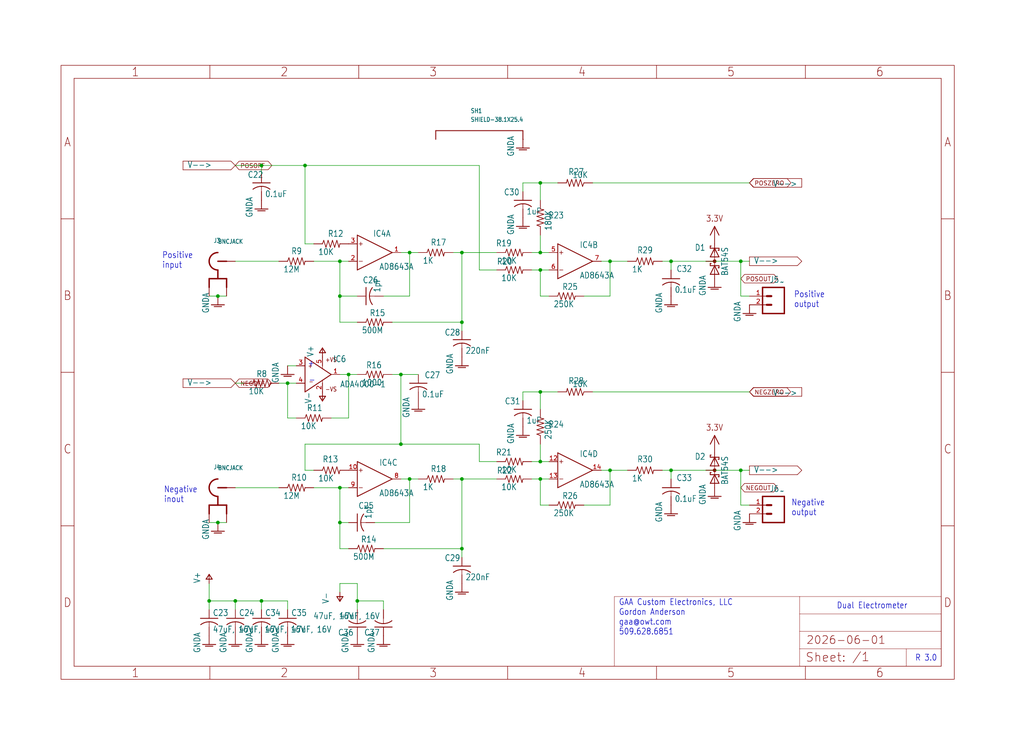
<source format=kicad_sch>
(kicad_sch (version 20231120) (generator "eeschema") (generator_version "8.0")
  (paper "User" 298.45 217.322)
  (lib_symbols
    (symbol "OpenDMS_DualElectrometer_lib:3.3V" (power)
      (symbol "3.3V_1_0"
        (text "3.3V" (at -2.54 6.35 0) (effects (font (size 1.778 1.5113)) (justify left bottom)))
        (pin power_in line (at 0 0 90) (length 5.08) (name "3.3V") (number "1"))
      )
    )
    (symbol "OpenDMS_DualElectrometer_lib:A4L-LOC"
      (symbol "A4L-LOC_1_0"
        (text "${#}/${##}" (at 230.505 5.08 0) (effects (font (size 2.54 2.54)) (justify left bottom)))
        (text "${CURRENT_DATE}" (at 217.17 10.16 0) (effects (font (size 2.286 2.286)) (justify left bottom)))
        (text "${PROJECTNAME}" (at 217.17 15.24 0) (effects (font (size 2.54 2.54)) (justify left bottom)))
        (text "1" (at 21.6958 1.905 0) (effects (font (size 2.54 2.286))))
        (text "1" (at 21.6958 177.165 0) (effects (font (size 2.54 2.286))))
        (text "2" (at 65.0875 1.905 0) (effects (font (size 2.54 2.286))))
        (text "2" (at 65.0875 177.165 0) (effects (font (size 2.54 2.286))))
        (text "3" (at 108.4792 1.905 0) (effects (font (size 2.54 2.286))))
        (text "3" (at 108.4792 177.165 0) (effects (font (size 2.54 2.286))))
        (text "4" (at 151.8708 1.905 0) (effects (font (size 2.54 2.286))))
        (text "4" (at 151.8708 177.165 0) (effects (font (size 2.54 2.286))))
        (text "5" (at 195.2625 1.905 0) (effects (font (size 2.54 2.286))))
        (text "5" (at 195.2625 177.165 0) (effects (font (size 2.54 2.286))))
        (text "6" (at 238.6542 1.905 0) (effects (font (size 2.54 2.286))))
        (text "6" (at 238.6542 177.165 0) (effects (font (size 2.54 2.286))))
        (text "A" (at 1.905 156.6863 0) (effects (font (size 2.54 2.286))))
        (text "A" (at 258.445 156.6863 0) (effects (font (size 2.54 2.286))))
        (text "B" (at 1.905 111.9188 0) (effects (font (size 2.54 2.286))))
        (text "B" (at 258.445 111.9188 0) (effects (font (size 2.54 2.286))))
        (text "C" (at 1.905 67.1513 0) (effects (font (size 2.54 2.286))))
        (text "C" (at 258.445 67.1513 0) (effects (font (size 2.54 2.286))))
        (text "D" (at 1.905 22.3838 0) (effects (font (size 2.54 2.286))))
        (text "D" (at 258.445 22.3838 0) (effects (font (size 2.54 2.286))))
        (text "Sheet:" (at 216.916 4.953 0) (effects (font (size 2.54 2.54)) (justify left bottom)))
      )
    )
    (symbol "OpenDMS_DualElectrometer_lib:AD8603UJ"
      (property "Reference" "IC" (at 7.62 2.54 0))
      (symbol "AD8603UJ_1_0"
        (text "+" (at -1.778 1.778 0) (effects (font (size 1.27 1.0795)) (justify left bottom)))
        (text "+VS" (at 3.302 3.556 0) (effects (font (size 1.27 1.0795)) (justify left bottom)))
        (text "-" (at -1.524 -2.794 0) (effects (font (size 1.27 1.0795)) (justify left bottom)))
        (text "-VS" (at 3.302 -3.556 0) (effects (font (size 1.27 1.0795)) (justify left top)))
        (pin output line (at 7.62 0 180) (length 2.54) (name "OUT") (number "1"))
        (pin input line (at 2.54 -5.08 90) (length 2.54) (name "-VS") (number "2"))
        (pin input line (at -5.08 2.54 0) (length 2.54) (name "IN+") (number "3"))
        (pin input line (at -5.08 -2.54 0) (length 2.54) (name "IN-") (number "4"))
        (pin input line (at 2.54 5.08 270) (length 2.54) (name "+VS") (number "5"))
      )
    )
    (symbol "OpenDMS_DualElectrometer_lib:AD8644R"
      (property "Reference" "IC" (at 1.27 3.81 0))
      (symbol "AD8644R_1_0"
        (pin output line (at 10.16 0 180) (length 2.54) (name "OUT") (number "1"))
        (pin input line (at -5.08 -2.54 0) (length 2.54) (name "IN-") (number "2"))
        (pin input line (at -5.08 2.54 0) (length 2.54) (name "IN+") (number "3"))
      )
      (symbol "AD8644R_2_0"
        (pin input line (at -5.08 2.54 0) (length 2.54) (name "IN+") (number "5"))
        (pin input line (at -5.08 -2.54 0) (length 2.54) (name "IN-") (number "6"))
        (pin output line (at 10.16 0 180) (length 2.54) (name "OUT") (number "7"))
      )
      (symbol "AD8644R_3_0"
        (pin input line (at -5.08 2.54 0) (length 2.54) (name "IN+") (number "10"))
        (pin output line (at 10.16 0 180) (length 2.54) (name "OUT") (number "8"))
        (pin input line (at -5.08 -2.54 0) (length 2.54) (name "IN-") (number "9"))
      )
      (symbol "AD8644R_4_0"
        (pin input line (at -5.08 2.54 0) (length 2.54) (name "IN+") (number "12"))
        (pin input line (at -5.08 -2.54 0) (length 2.54) (name "IN-") (number "13"))
        (pin output line (at 10.16 0 180) (length 2.54) (name "OUT") (number "14"))
      )
      (symbol "AD8644R_5_0"
        (pin power_in line (at 0 -7.62 90) (length 5.08) (name "V-") (number "11"))
        (pin power_in line (at 0 7.62 270) (length 5.08) (name "V+") (number "4"))
      )
    )
    (symbol "OpenDMS_DualElectrometer_lib:BAT54S"
      (property "Reference" "D" (at 0.762 2.0066 0))
      (symbol "BAT54S_1_0"
        (pin passive line (at -5.08 0 0) (length 2.54) (name "A1") (number "1"))
        (pin passive line (at 5.08 0 180) (length 2.54) (name "C2") (number "2"))
        (pin passive line (at 0 2.54 270) (length 2.54) (name "C1A2") (number "3"))
      )
    )
    (symbol "OpenDMS_DualElectrometer_lib:BNCJACK"
      (property "Reference" "J" (at 0 7.62 0))
      (symbol "BNCJACK_1_0"
        (pin bidirectional line (at 5.08 0 180) (length 2.54) (name "P$1") (number "1"))
        (pin bidirectional line (at -2.54 -10.16 90) (length 2.54) (name "P$2") (number "2"))
        (pin bidirectional line (at 2.54 -10.16 90) (length 2.54) (name "P$3") (number "3"))
      )
    )
    (symbol "OpenDMS_DualElectrometer_lib:GNDA" (power)
      (symbol "GNDA_1_0"
        (pin power_in line (at 0 2.54 270) (length 2.54) (name "GNDA") (number "1"))
      )
    )
    (symbol "OpenDMS_DualElectrometer_lib:R-US_R0805"
      (property "Reference" "R" (at -3.81 1.4986 0))
      (symbol "R-US_R0805_1_0"
        (pin passive line (at -5.08 0 0) (length 2.54) (name "1") (number "1"))
        (pin passive line (at 5.08 0 180) (length 2.54) (name "2") (number "2"))
      )
    )
    (symbol "OpenDMS_DualElectrometer_lib:R-US_R1206"
      (property "Reference" "R" (at -3.81 1.4986 0))
      (symbol "R-US_R1206_1_0"
        (pin passive line (at -5.08 0 0) (length 2.54) (name "1") (number "1"))
        (pin passive line (at 5.08 0 180) (length 2.54) (name "2") (number "2"))
      )
    )
    (symbol "OpenDMS_DualElectrometer_lib:SHIELD-38.1X25.4"
      (property "Reference" "SH" (at -2.54 7.62 0))
      (symbol "SHIELD-38.1X25.4_1_0"
        (pin passive line (at 12.7 0 0) (length 0) (name "1") (number "1"))
        (pin passive line (at 12.7 0 0) (length 0) (name "1") (number "10"))
        (pin passive line (at 12.7 0 0) (length 0) (name "1") (number "11"))
        (pin passive line (at 12.7 0 0) (length 0) (name "1") (number "12"))
        (pin passive line (at 12.7 0 0) (length 0) (name "1") (number "13"))
        (pin passive line (at 12.7 0 0) (length 0) (name "1") (number "14"))
        (pin passive line (at 12.7 0 0) (length 0) (name "1") (number "15"))
        (pin passive line (at 12.7 0 0) (length 0) (name "1") (number "16"))
        (pin passive line (at 12.7 0 0) (length 0) (name "1") (number "17"))
        (pin passive line (at 12.7 0 0) (length 0) (name "1") (number "18"))
        (pin passive line (at 12.7 0 0) (length 0) (name "1") (number "19"))
        (pin passive line (at 12.7 0 0) (length 0) (name "1") (number "2"))
        (pin passive line (at 12.7 0 0) (length 0) (name "1") (number "20"))
        (pin passive line (at 12.7 0 0) (length 0) (name "1") (number "21"))
        (pin passive line (at 12.7 0 0) (length 0) (name "1") (number "22"))
        (pin passive line (at 12.7 0 0) (length 0) (name "1") (number "23"))
        (pin passive line (at 12.7 0 0) (length 0) (name "1") (number "24"))
        (pin passive line (at 12.7 0 0) (length 0) (name "1") (number "3"))
        (pin passive line (at 12.7 0 0) (length 0) (name "1") (number "4"))
        (pin passive line (at 12.7 0 0) (length 0) (name "1") (number "5"))
        (pin passive line (at 12.7 0 0) (length 0) (name "1") (number "6"))
        (pin passive line (at 12.7 0 0) (length 0) (name "1") (number "7"))
        (pin passive line (at 12.7 0 0) (length 0) (name "1") (number "8"))
        (pin passive line (at 12.7 0 0) (length 0) (name "1") (number "9"))
      )
    )
    (symbol "OpenDMS_DualElectrometer_lib:SPARKFUN_M02POLAR"
      (property "Reference" "JP" (at -2.54 5.842 0))
      (symbol "SPARKFUN_M02POLAR_1_0"
        (pin passive line (at 7.62 0 180) (length 5.08) (name "1") (number "1"))
        (pin passive line (at 7.62 2.54 180) (length 5.08) (name "2") (number "2"))
      )
    )
    (symbol "OpenDMS_DualElectrometer_lib:V+" (power)
      (symbol "V+_1_0"
        (pin power_in line (at 0 -2.54 90) (length 2.54) (name "V+") (number "1"))
      )
    )
    (symbol "OpenDMS_DualElectrometer_lib:V-" (power)
      (symbol "V-_1_0"
        (pin power_in line (at 0 2.54 270) (length 2.54) (name "V-") (number "1"))
      )
    )
    (symbol "OpenDMS_DualElectrometer_lib:V--{gt}")
    (symbol "OpenDMS_DualElectrometer_lib:rcl_C-USC0805"
      (property "Reference" "C" (at 1.016 0.635 0))
      (symbol "rcl_C-USC0805_1_0"
        (pin passive line (at 0 2.54 270) (length 2.54) (name "1") (number "1"))
        (pin passive line (at 0 -5.08 90) (length 2.54) (name "2") (number "2"))
      )
    )
    (symbol "OpenDMS_DualElectrometer_lib:rcl_C-USC1206"
      (property "Reference" "C" (at 1.016 0.635 0))
      (symbol "rcl_C-USC1206_1_0"
        (pin passive line (at 0 2.54 270) (length 2.54) (name "1") (number "1"))
        (pin passive line (at 0 -5.08 90) (length 2.54) (name "2") (number "2"))
      )
    )
  )
  (junction (at 63.5 86.36))
  (junction (at 116.84 129.54))
  (junction (at 177.8 76.2))
  (junction (at 76.2 175.26))
  (junction (at 101.6 109.22))
  (junction (at 119.38 139.7))
  (junction (at 116.84 109.22))
  (junction (at 76.2 48.26))
  (junction (at 63.5 152.4))
  (junction (at 157.48 139.7))
  (junction (at 99.06 86.36))
  (junction (at 119.38 73.66))
  (junction (at 157.48 53.34))
  (junction (at 99.06 76.2))
  (junction (at 99.06 142.24))
  (junction (at 134.62 139.7))
  (junction (at 195.58 76.2))
  (junction (at 215.9 76.2))
  (junction (at 157.48 134.62))
  (junction (at 104.14 175.26))
  (junction (at 88.9 48.26))
  (junction (at 157.48 78.74))
  (junction (at 215.9 137.16))
  (junction (at 68.58 175.26))
  (junction (at 134.62 73.66))
  (junction (at 134.62 93.98))
  (junction (at 99.06 152.4))
  (junction (at 60.96 175.26))
  (junction (at 83.82 111.76))
  (junction (at 134.62 160.02))
  (junction (at 157.48 73.66))
  (junction (at 195.58 137.16))
  (junction (at 157.48 114.3))
  (junction (at 177.8 137.16))
  (wire (pts (xy 99.06 170.18) (xy 104.14 170.18)) (stroke (width 0.1524)))
  (wire (pts (xy 172.72 53.34) (xy 218.44 53.34)) (stroke (width 0.1524)))
  (wire (pts (xy 91.44 76.2) (xy 99.06 76.2)) (stroke (width 0.1524)))
  (wire (pts (xy 99.06 160.02) (xy 99.06 152.4)) (stroke (width 0.1524)))
  (wire (pts (xy 193.04 76.2) (xy 195.58 76.2)) (stroke (width 0.1524)))
  (wire (pts (xy 134.62 139.7) (xy 132.08 139.7)) (stroke (width 0.1524)))
  (wire (pts (xy 195.58 76.2) (xy 195.58 78.74)) (stroke (width 0.1524)))
  (wire (pts (xy 109.22 152.4) (xy 119.38 152.4)) (stroke (width 0.1524)))
  (wire (pts (xy 86.36 121.92) (xy 83.82 121.92)) (stroke (width 0.1524)))
  (wire (pts (xy 182.88 76.2) (xy 177.8 76.2)) (stroke (width 0.1524)))
  (wire (pts (xy 170.18 147.32) (xy 177.8 147.32)) (stroke (width 0.1524)))
  (wire (pts (xy 83.82 175.26) (xy 76.2 175.26)) (stroke (width 0.1524)))
  (wire (pts (xy 88.9 137.16) (xy 88.9 129.54)) (stroke (width 0.1524)))
  (wire (pts (xy 139.7 129.54) (xy 139.7 134.62)) (stroke (width 0.1524)))
  (wire (pts (xy 193.04 137.16) (xy 195.58 137.16)) (stroke (width 0.1524)))
  (wire (pts (xy 104.14 170.18) (xy 104.14 175.26)) (stroke (width 0.1524)))
  (wire (pts (xy 139.7 48.26) (xy 88.9 48.26)) (stroke (width 0.1524)))
  (wire (pts (xy 134.62 96.52) (xy 134.62 93.98)) (stroke (width 0.1524)))
  (wire (pts (xy 88.9 71.12) (xy 88.9 48.26)) (stroke (width 0.1524)))
  (wire (pts (xy 152.4 114.3) (xy 152.4 116.84)) (stroke (width 0.1524)))
  (wire (pts (xy 172.72 114.3) (xy 218.44 114.3)) (stroke (width 0.1524)))
  (wire (pts (xy 101.6 160.02) (xy 99.06 160.02)) (stroke (width 0.1524)))
  (wire (pts (xy 63.5 86.36) (xy 66.04 86.36)) (stroke (width 0.1524)))
  (wire (pts (xy 152.4 53.34) (xy 152.4 55.88)) (stroke (width 0.1524)))
  (wire (pts (xy 91.44 137.16) (xy 88.9 137.16)) (stroke (width 0.1524)))
  (wire (pts (xy 121.92 73.66) (xy 119.38 73.66)) (stroke (width 0.1524)))
  (wire (pts (xy 81.28 111.76) (xy 83.82 111.76)) (stroke (width 0.1524)))
  (wire (pts (xy 144.78 78.74) (xy 139.7 78.74)) (stroke (width 0.1524)))
  (wire (pts (xy 157.48 58.42) (xy 157.48 53.34)) (stroke (width 0.1524)))
  (wire (pts (xy 215.9 76.2) (xy 218.44 76.2)) (stroke (width 0.1524)))
  (wire (pts (xy 63.5 152.4) (xy 66.04 152.4)) (stroke (width 0.1524)))
  (wire (pts (xy 101.6 109.22) (xy 99.06 109.22)) (stroke (width 0.1524)))
  (wire (pts (xy 157.48 53.34) (xy 152.4 53.34)) (stroke (width 0.1524)))
  (wire (pts (xy 218.44 86.36) (xy 215.9 86.36)) (stroke (width 0.1524)))
  (wire (pts (xy 157.48 86.36) (xy 157.48 78.74)) (stroke (width 0.1524)))
  (wire (pts (xy 157.48 139.7) (xy 160.02 139.7)) (stroke (width 0.1524)))
  (wire (pts (xy 99.06 172.72) (xy 99.06 170.18)) (stroke (width 0.1524)))
  (wire (pts (xy 119.38 139.7) (xy 116.84 139.7)) (stroke (width 0.1524)))
  (wire (pts (xy 134.62 73.66) (xy 144.78 73.66)) (stroke (width 0.1524)))
  (wire (pts (xy 154.94 139.7) (xy 157.48 139.7)) (stroke (width 0.1524)))
  (wire (pts (xy 195.58 76.2) (xy 205.74 76.2)) (stroke (width 0.1524)))
  (wire (pts (xy 119.38 152.4) (xy 119.38 139.7)) (stroke (width 0.1524)))
  (wire (pts (xy 121.92 139.7) (xy 119.38 139.7)) (stroke (width 0.1524)))
  (wire (pts (xy 134.62 160.02) (xy 134.62 162.56)) (stroke (width 0.1524)))
  (wire (pts (xy 119.38 86.36) (xy 119.38 73.66)) (stroke (width 0.1524)))
  (wire (pts (xy 111.76 160.02) (xy 134.62 160.02)) (stroke (width 0.1524)))
  (wire (pts (xy 91.44 142.24) (xy 99.06 142.24)) (stroke (width 0.1524)))
  (wire (pts (xy 157.48 78.74) (xy 160.02 78.74)) (stroke (width 0.1524)))
  (wire (pts (xy 139.7 78.74) (xy 139.7 48.26)) (stroke (width 0.1524)))
  (wire (pts (xy 104.14 177.8) (xy 104.14 175.26)) (stroke (width 0.1524)))
  (wire (pts (xy 157.48 53.34) (xy 162.56 53.34)) (stroke (width 0.1524)))
  (wire (pts (xy 177.8 147.32) (xy 177.8 137.16)) (stroke (width 0.1524)))
  (wire (pts (xy 83.82 106.68) (xy 86.36 106.68)) (stroke (width 0.1524)))
  (wire (pts (xy 195.58 137.16) (xy 205.74 137.16)) (stroke (width 0.1524)))
  (wire (pts (xy 177.8 86.36) (xy 177.8 76.2)) (stroke (width 0.1524)))
  (wire (pts (xy 205.74 76.2) (xy 215.9 76.2)) (stroke (width 0.1524)))
  (wire (pts (xy 134.62 160.02) (xy 134.62 139.7)) (stroke (width 0.1524)))
  (wire (pts (xy 88.9 48.26) (xy 76.2 48.26)) (stroke (width 0.1524)))
  (wire (pts (xy 139.7 134.62) (xy 144.78 134.62)) (stroke (width 0.1524)))
  (wire (pts (xy 116.84 109.22) (xy 121.92 109.22)) (stroke (width 0.1524)))
  (wire (pts (xy 154.94 78.74) (xy 157.48 78.74)) (stroke (width 0.1524)))
  (wire (pts (xy 83.82 121.92) (xy 83.82 111.76)) (stroke (width 0.1524)))
  (wire (pts (xy 68.58 175.26) (xy 60.96 175.26)) (stroke (width 0.1524)))
  (wire (pts (xy 91.44 71.12) (xy 88.9 71.12)) (stroke (width 0.1524)))
  (wire (pts (xy 68.58 177.8) (xy 68.58 175.26)) (stroke (width 0.1524)))
  (wire (pts (xy 99.06 152.4) (xy 99.06 142.24)) (stroke (width 0.1524)))
  (wire (pts (xy 154.94 134.62) (xy 157.48 134.62)) (stroke (width 0.1524)))
  (wire (pts (xy 177.8 137.16) (xy 175.26 137.16)) (stroke (width 0.1524)))
  (wire (pts (xy 157.48 68.58) (xy 157.48 73.66)) (stroke (width 0.1524)))
  (wire (pts (xy 101.6 109.22) (xy 104.14 109.22)) (stroke (width 0.1524)))
  (wire (pts (xy 218.44 147.32) (xy 215.9 147.32)) (stroke (width 0.1524)))
  (wire (pts (xy 157.48 129.54) (xy 157.48 134.62)) (stroke (width 0.1524)))
  (wire (pts (xy 88.9 129.54) (xy 116.84 129.54)) (stroke (width 0.1524)))
  (wire (pts (xy 215.9 137.16) (xy 218.44 137.16)) (stroke (width 0.1524)))
  (wire (pts (xy 60.96 152.4) (xy 63.5 152.4)) (stroke (width 0.1524)))
  (wire (pts (xy 101.6 121.92) (xy 101.6 109.22)) (stroke (width 0.1524)))
  (wire (pts (xy 154.94 73.66) (xy 157.48 73.66)) (stroke (width 0.1524)))
  (wire (pts (xy 177.8 76.2) (xy 175.26 76.2)) (stroke (width 0.1524)))
  (wire (pts (xy 134.62 93.98) (xy 134.62 73.66)) (stroke (width 0.1524)))
  (wire (pts (xy 157.48 119.38) (xy 157.48 114.3)) (stroke (width 0.1524)))
  (wire (pts (xy 104.14 93.98) (xy 99.06 93.98)) (stroke (width 0.1524)))
  (wire (pts (xy 160.02 86.36) (xy 157.48 86.36)) (stroke (width 0.1524)))
  (wire (pts (xy 76.2 175.26) (xy 68.58 175.26)) (stroke (width 0.1524)))
  (wire (pts (xy 195.58 139.7) (xy 195.58 137.16)) (stroke (width 0.1524)))
  (wire (pts (xy 60.96 86.36) (xy 63.5 86.36)) (stroke (width 0.1524)))
  (wire (pts (xy 60.96 175.26) (xy 60.96 170.18)) (stroke (width 0.1524)))
  (wire (pts (xy 114.3 109.22) (xy 116.84 109.22)) (stroke (width 0.1524)))
  (wire (pts (xy 111.76 175.26) (xy 104.14 175.26)) (stroke (width 0.1524)))
  (wire (pts (xy 111.76 86.36) (xy 119.38 86.36)) (stroke (width 0.1524)))
  (wire (pts (xy 104.14 86.36) (xy 99.06 86.36)) (stroke (width 0.1524)))
  (wire (pts (xy 68.58 142.24) (xy 81.28 142.24)) (stroke (width 0.1524)))
  (wire (pts (xy 101.6 152.4) (xy 99.06 152.4)) (stroke (width 0.1524)))
  (wire (pts (xy 205.74 137.16) (xy 215.9 137.16)) (stroke (width 0.1524)))
  (wire (pts (xy 60.96 177.8) (xy 60.96 175.26)) (stroke (width 0.1524)))
  (wire (pts (xy 116.84 129.54) (xy 139.7 129.54)) (stroke (width 0.1524)))
  (wire (pts (xy 68.58 111.76) (xy 71.12 111.76)) (stroke (width 0.1524)))
  (wire (pts (xy 170.18 86.36) (xy 177.8 86.36)) (stroke (width 0.1524)))
  (wire (pts (xy 76.2 177.8) (xy 76.2 175.26)) (stroke (width 0.1524)))
  (wire (pts (xy 99.06 86.36) (xy 99.06 76.2)) (stroke (width 0.1524)))
  (wire (pts (xy 157.48 73.66) (xy 160.02 73.66)) (stroke (width 0.1524)))
  (wire (pts (xy 83.82 177.8) (xy 83.82 175.26)) (stroke (width 0.1524)))
  (wire (pts (xy 111.76 177.8) (xy 111.76 175.26)) (stroke (width 0.1524)))
  (wire (pts (xy 99.06 93.98) (xy 99.06 86.36)) (stroke (width 0.1524)))
  (wire (pts (xy 116.84 109.22) (xy 116.84 129.54)) (stroke (width 0.1524)))
  (wire (pts (xy 215.9 86.36) (xy 215.9 76.2)) (stroke (width 0.1524)))
  (wire (pts (xy 83.82 111.76) (xy 86.36 111.76)) (stroke (width 0.1524)))
  (wire (pts (xy 119.38 73.66) (xy 116.84 73.66)) (stroke (width 0.1524)))
  (wire (pts (xy 157.48 147.32) (xy 157.48 139.7)) (stroke (width 0.1524)))
  (wire (pts (xy 114.3 93.98) (xy 134.62 93.98)) (stroke (width 0.1524)))
  (wire (pts (xy 96.52 121.92) (xy 101.6 121.92)) (stroke (width 0.1524)))
  (wire (pts (xy 160.02 147.32) (xy 157.48 147.32)) (stroke (width 0.1524)))
  (wire (pts (xy 81.28 76.2) (xy 68.58 76.2)) (stroke (width 0.1524)))
  (wire (pts (xy 134.62 139.7) (xy 144.78 139.7)) (stroke (width 0.1524)))
  (wire (pts (xy 76.2 50.8) (xy 76.2 48.26)) (stroke (width 0.1524)))
  (wire (pts (xy 134.62 73.66) (xy 132.08 73.66)) (stroke (width 0.1524)))
  (wire (pts (xy 99.06 142.24) (xy 101.6 142.24)) (stroke (width 0.1524)))
  (wire (pts (xy 76.2 48.26) (xy 68.58 48.26)) (stroke (width 0.1524)))
  (wire (pts (xy 99.06 76.2) (xy 101.6 76.2)) (stroke (width 0.1524)))
  (wire (pts (xy 157.48 114.3) (xy 152.4 114.3)) (stroke (width 0.1524)))
  (wire (pts (xy 182.88 137.16) (xy 177.8 137.16)) (stroke (width 0.1524)))
  (wire (pts (xy 162.56 114.3) (xy 157.48 114.3)) (stroke (width 0.1524)))
  (wire (pts (xy 215.9 147.32) (xy 215.9 137.16)) (stroke (width 0.1524)))
  (wire (pts (xy 157.48 134.62) (xy 160.02 134.62)) (stroke (width 0.1524)))
  (text "R 3.0" (at 266.7 193.04 0) (effects (font (size 1.778 1.5113)) (justify left bottom)))
  (text "Positive\ninput" (at 47.244 78.486 0) (effects (font (size 1.778 1.5113)) (justify left bottom)))
  (text "Positive\noutput" (at 231.394 89.916 0) (effects (font (size 1.778 1.5113)) (justify left bottom)))
  (text "-" (at 89.916 112.014 0) (effects (font (size 1.778 1.5113)) (justify left bottom)))
  (text "Dual Electrometer" (at 243.84 177.8 0) (effects (font (size 1.778 1.5113)) (justify left bottom)))
  (text "Negative\ninout" (at 47.752 146.812 0) (effects (font (size 1.778 1.5113)) (justify left bottom)))
  (text "Negative\noutput" (at 230.632 150.622 0) (effects (font (size 1.778 1.5113)) (justify left bottom)))
  (text "GAA Custom Electronics, LLC\nGordon Anderson\ngaa@owt.com\n509.628.6851" (at 180.34 185.42 0) (effects (font (size 1.778 1.5113)) (justify left bottom)))
  (text "+" (at 89.662 107.188 0) (effects (font (size 1.778 1.5113)) (justify left bottom)))
  (global_label "NEGOFF" (shape bidirectional) (at 68.58 111.76 0) (effects (font (size 1.2446 1.2446))) (property "Intersheetrefs" "${INTERSHEET_REFS}" (effects (hide yes))))
  (global_label "NEGZERO" (shape bidirectional) (at 218.44 114.3 0) (effects (font (size 1.2446 1.2446))) (property "Intersheetrefs" "${INTERSHEET_REFS}" (effects (hide yes))))
  (global_label "POSZERO" (shape bidirectional) (at 218.44 53.34 0) (effects (font (size 1.2446 1.2446))) (property "Intersheetrefs" "${INTERSHEET_REFS}" (effects (hide yes))))
  (global_label "POSOUT" (shape bidirectional) (at 215.9 81.28 0) (effects (font (size 1.2446 1.2446))) (property "Intersheetrefs" "${INTERSHEET_REFS}" (effects (hide yes))))
  (global_label "NEGOUT" (shape bidirectional) (at 215.9 142.24 0) (effects (font (size 1.2446 1.2446))) (property "Intersheetrefs" "${INTERSHEET_REFS}" (effects (hide yes))))
  (global_label "POSOFF" (shape bidirectional) (at 68.58 48.26 0) (effects (font (size 1.2446 1.2446))) (property "Intersheetrefs" "${INTERSHEET_REFS}" (effects (hide yes))))
  (symbol (lib_id "OpenDMS_DualElectrometer_lib:GNDA") (at 208.28 144.78 0) (unit 1)
    (property "Reference" "#GND014" (effects (hide yes)))
    (property "Value" "GNDA" (at 205.74 147.32 90) (effects (font (size 1.778 1.5113)) (justify left bottom)))
  )
  (symbol (lib_id "OpenDMS_DualElectrometer_lib:BNCJACK") (at 63.5 76.2 0) (unit 1)
    (property "Reference" "J3" (at 62.23 70.866 0) (effects (font (size 1.27 1.0795)) (justify left bottom)))
    (property "Value" "BNCJACK" (at 63.5 71.12 0) (effects (font (size 1.27 1.0795)) (justify left bottom)))
    (property "Footprint" "OpenDMS_Electrometer:BNC" (effects (hide yes)))
  )
  (symbol (lib_id "OpenDMS_DualElectrometer_lib:V--{gt}") (at 218.44 137.16 0) (unit 1)
    (property "Reference" "#SUPPLY6" (effects (hide yes)))
    (property "Value" "V--{gt}" (at 219.71 137.922 0) (effects (font (size 1.778 1.5113)) (justify left bottom)))
  )
  (symbol (lib_id "OpenDMS_DualElectrometer_lib:GNDA") (at 111.76 187.96 0) (unit 1)
    (property "Reference" "#GND027" (effects (hide yes)))
    (property "Value" "GNDA" (at 109.22 190.5 90) (effects (font (size 1.778 1.5113)) (justify left bottom)))
  )
  (symbol (lib_id "OpenDMS_DualElectrometer_lib:3.3V") (at 208.28 132.08 0) (mirror y) (unit 1)
    (property "Reference" "#SUPPLY01" (effects (hide yes)))
    (property "Value" "3.3V" (effects (hide yes)))
  )
  (symbol (lib_id "OpenDMS_DualElectrometer_lib:GNDA") (at 152.4 66.04 0) (unit 1)
    (property "Reference" "#GND02" (effects (hide yes)))
    (property "Value" "GNDA" (at 149.86 68.58 90) (effects (font (size 1.778 1.5113)) (justify left bottom)))
  )
  (symbol (lib_id "OpenDMS_DualElectrometer_lib:rcl_C-USC0805") (at 195.58 142.24 0) (unit 1)
    (property "Reference" "C33" (at 197.104 140.335 0) (effects (font (size 1.778 1.5113)) (justify left bottom)))
    (property "Value" "0.1uF" (at 196.596 146.431 0) (effects (font (size 1.778 1.5113)) (justify left bottom)))
    (property "Footprint" "OpenDMS_Electrometer:C0805" (effects (hide yes)))
  )
  (symbol (lib_id "OpenDMS_DualElectrometer_lib:R-US_R0805") (at 96.52 71.12 0) (unit 1)
    (property "Reference" "R12" (at 95.504 69.1134 0) (effects (font (size 1.778 1.5113)) (justify left bottom)))
    (property "Value" "10K" (at 92.71 74.422 0) (effects (font (size 1.778 1.5113)) (justify left bottom)))
    (property "Footprint" "OpenDMS_Electrometer:R0805" (effects (hide yes)))
  )
  (symbol (lib_id "OpenDMS_DualElectrometer_lib:rcl_C-USC0805") (at 152.4 119.38 0) (unit 1)
    (property "Reference" "C31" (at 147.066 117.983 0) (effects (font (size 1.778 1.5113)) (justify left bottom)))
    (property "Value" "1uF" (at 153.416 123.571 0) (effects (font (size 1.778 1.5113)) (justify left bottom)))
    (property "Footprint" "OpenDMS_Electrometer:C0805" (effects (hide yes)))
  )
  (symbol (lib_id "OpenDMS_DualElectrometer_lib:R-US_R0805") (at 157.48 124.46 90) (unit 1)
    (property "Reference" "R24" (at 159.766 124.7394 90) (effects (font (size 1.778 1.5113)) (justify right top)))
    (property "Value" "250K" (at 160.782 128.27 0) (effects (font (size 1.778 1.5113)) (justify left bottom)))
    (property "Footprint" "OpenDMS_Electrometer:R0805" (effects (hide yes)))
  )
  (symbol (lib_id "OpenDMS_DualElectrometer_lib:V-") (at 99.06 175.26 0) (unit 1)
    (property "Reference" "#P-01" (effects (hide yes)))
    (property "Value" "V-" (at 93.98 172.72 90) (effects (font (size 1.778 1.5113)) (justify right top)))
  )
  (symbol (lib_id "OpenDMS_DualElectrometer_lib:R-US_R0805") (at 149.86 78.74 0) (unit 1)
    (property "Reference" "R20" (at 144.78 77.2414 0) (effects (font (size 1.778 1.5113)) (justify left bottom)))
    (property "Value" "10K" (at 146.05 82.042 0) (effects (font (size 1.778 1.5113)) (justify left bottom)))
    (property "Footprint" "OpenDMS_Electrometer:R0805" (effects (hide yes)))
  )
  (symbol (lib_id "OpenDMS_DualElectrometer_lib:V+") (at 93.98 101.6 0) (unit 1)
    (property "Reference" "#P+02" (effects (hide yes)))
    (property "Value" "V+" (at 91.44 104.14 90) (effects (font (size 1.778 1.5113)) (justify left bottom)))
  )
  (symbol (lib_id "OpenDMS_DualElectrometer_lib:R-US_R0805") (at 167.64 114.3 180) (unit 1)
    (property "Reference" "R28" (at 165.608 112.0394 0) (effects (font (size 1.778 1.5113)) (justify right top)))
    (property "Value" "10K" (at 171.45 110.998 0) (effects (font (size 1.778 1.5113)) (justify left bottom)))
    (property "Footprint" "OpenDMS_Electrometer:R0805" (effects (hide yes)))
  )
  (symbol (lib_id "OpenDMS_DualElectrometer_lib:3.3V") (at 208.28 71.12 0) (mirror y) (unit 1)
    (property "Reference" "#SUPPLY029" (effects (hide yes)))
    (property "Value" "3.3V" (effects (hide yes)))
  )
  (symbol (lib_id "OpenDMS_DualElectrometer_lib:rcl_C-USC1206") (at 106.68 86.36 90) (unit 1)
    (property "Reference" "C26" (at 105.664 82.677 90) (effects (font (size 1.778 1.5113)) (justify right top)))
    (property "Value" "1pF" (at 110.871 85.344 0) (effects (font (size 1.778 1.5113)) (justify left bottom)))
    (property "Footprint" "OpenDMS_Electrometer:C1206" (effects (hide yes)))
  )
  (symbol (lib_id "OpenDMS_DualElectrometer_lib:rcl_C-USC0805") (at 195.58 81.28 0) (unit 1)
    (property "Reference" "C32" (at 197.104 79.375 0) (effects (font (size 1.778 1.5113)) (justify left bottom)))
    (property "Value" "0.1uF" (at 196.596 85.471 0) (effects (font (size 1.778 1.5113)) (justify left bottom)))
    (property "Footprint" "OpenDMS_Electrometer:C0805" (effects (hide yes)))
  )
  (symbol (lib_id "OpenDMS_DualElectrometer_lib:SPARKFUN_M02POLAR") (at 226.06 147.32 180) (unit 1)
    (property "Reference" "J6" (at 224.282 143.51 0) (effects (font (size 1.778 1.5113)) (justify right top)))
    (property "Value" "~" (at 228.6 142.24 0) (effects (font (size 1.778 1.5113)) (justify left bottom)))
    (property "Footprint" "OpenDMS_Electrometer:SPARKFUN_MOLEX-1X2" (effects (hide yes)))
  )
  (symbol (lib_id "OpenDMS_DualElectrometer_lib:R-US_R0805") (at 96.52 137.16 0) (unit 1)
    (property "Reference" "R13" (at 93.98 134.8994 0) (effects (font (size 1.778 1.5113)) (justify left bottom)))
    (property "Value" "10K" (at 92.71 140.462 0) (effects (font (size 1.778 1.5113)) (justify left bottom)))
    (property "Footprint" "OpenDMS_Electrometer:R0805" (effects (hide yes)))
  )
  (symbol (lib_id "OpenDMS_DualElectrometer_lib:V--{gt}") (at 233.68 53.34 180) (unit 1)
    (property "Reference" "#SUPPLY4" (effects (hide yes)))
    (property "Value" "V--{gt}" (at 232.41 52.578 0) (effects (font (size 1.778 1.5113)) (justify left bottom)))
  )
  (symbol (lib_id "OpenDMS_DualElectrometer_lib:R-US_R0805") (at 127 73.66 0) (unit 1)
    (property "Reference" "R17" (at 125.476 71.6534 0) (effects (font (size 1.778 1.5113)) (justify left bottom)))
    (property "Value" "1K" (at 123.19 76.962 0) (effects (font (size 1.778 1.5113)) (justify left bottom)))
    (property "Footprint" "OpenDMS_Electrometer:R0805" (effects (hide yes)))
  )
  (symbol (lib_id "OpenDMS_DualElectrometer_lib:GNDA") (at 104.14 187.96 0) (unit 1)
    (property "Reference" "#GND010" (effects (hide yes)))
    (property "Value" "GNDA" (at 101.6 190.5 90) (effects (font (size 1.778 1.5113)) (justify left bottom)))
  )
  (symbol (lib_id "OpenDMS_DualElectrometer_lib:rcl_C-USC1206") (at 60.96 180.34 0) (unit 1)
    (property "Reference" "C23" (at 61.976 179.705 0) (effects (font (size 1.778 1.5113)) (justify left bottom)))
    (property "Value" "47uF, 16V" (at 61.976 184.531 0) (effects (font (size 1.778 1.5113)) (justify left bottom)))
    (property "Footprint" "OpenDMS_Electrometer:C1206_334" (effects (hide yes)))
  )
  (symbol (lib_id "OpenDMS_DualElectrometer_lib:R-US_R0805") (at 149.86 139.7 0) (unit 1)
    (property "Reference" "R22" (at 144.78 138.2014 0) (effects (font (size 1.778 1.5113)) (justify left bottom)))
    (property "Value" "10K" (at 146.05 143.002 0) (effects (font (size 1.778 1.5113)) (justify left bottom)))
    (property "Footprint" "OpenDMS_Electrometer:R0805" (effects (hide yes)))
  )
  (symbol (lib_id "OpenDMS_DualElectrometer_lib:R-US_R1206") (at 86.36 142.24 0) (unit 1)
    (property "Reference" "R10" (at 84.836 140.2334 0) (effects (font (size 1.778 1.5113)) (justify left bottom)))
    (property "Value" "12M" (at 82.55 145.542 0) (effects (font (size 1.778 1.5113)) (justify left bottom)))
    (property "Footprint" "OpenDMS_Electrometer:R1206" (effects (hide yes)))
  )
  (symbol (lib_id "OpenDMS_DualElectrometer_lib:AD8644R") (at 165.1 137.16 0) (unit 4)
    (property "Reference" "IC4" (at 168.91 133.35 0) (effects (font (size 1.778 1.5113)) (justify left bottom)))
    (property "Value" "AD8643A" (at 168.91 142.24 0) (effects (font (size 1.778 1.5113)) (justify left bottom)))
    (property "Footprint" "OpenDMS_Electrometer:SO14" (effects (hide yes)))
  )
  (symbol (lib_id "OpenDMS_DualElectrometer_lib:rcl_C-USC0805") (at 134.62 99.06 0) (unit 1)
    (property "Reference" "C28" (at 129.54 97.917 0) (effects (font (size 1.778 1.5113)) (justify left bottom)))
    (property "Value" "220nF" (at 135.636 103.251 0) (effects (font (size 1.778 1.5113)) (justify left bottom)))
    (property "Footprint" "OpenDMS_Electrometer:C0805" (effects (hide yes)))
  )
  (symbol (lib_id "OpenDMS_DualElectrometer_lib:GNDA") (at 60.96 187.96 0) (unit 1)
    (property "Reference" "#GND028" (effects (hide yes)))
    (property "Value" "GNDA" (at 58.42 190.5 90) (effects (font (size 1.778 1.5113)) (justify left bottom)))
  )
  (symbol (lib_id "OpenDMS_DualElectrometer_lib:rcl_C-USC1206") (at 76.2 180.34 0) (unit 1)
    (property "Reference" "C34" (at 77.216 179.705 0) (effects (font (size 1.778 1.5113)) (justify left bottom)))
    (property "Value" "47uF, 16V" (at 77.216 184.531 0) (effects (font (size 1.778 1.5113)) (justify left bottom)))
    (property "Footprint" "OpenDMS_Electrometer:C1206_334" (effects (hide yes)))
  )
  (symbol (lib_id "OpenDMS_DualElectrometer_lib:rcl_C-USC0805") (at 134.62 165.1 0) (unit 1)
    (property "Reference" "C29" (at 129.54 163.703 0) (effects (font (size 1.778 1.5113)) (justify left bottom)))
    (property "Value" "220nF" (at 135.636 169.291 0) (effects (font (size 1.778 1.5113)) (justify left bottom)))
    (property "Footprint" "OpenDMS_Electrometer:C0805" (effects (hide yes)))
  )
  (symbol (lib_id "OpenDMS_DualElectrometer_lib:V--{gt}") (at 53.34 111.76 0) (unit 1)
    (property "Reference" "#SUPPLY8" (effects (hide yes)))
    (property "Value" "V--{gt}" (at 54.61 112.522 0) (effects (font (size 1.778 1.5113)) (justify left bottom)))
  )
  (symbol (lib_id "OpenDMS_DualElectrometer_lib:GNDA") (at 121.92 119.38 0) (unit 1)
    (property "Reference" "#GND015" (effects (hide yes)))
    (property "Value" "GNDA" (at 119.38 121.92 90) (effects (font (size 1.778 1.5113)) (justify left bottom)))
  )
  (symbol (lib_id "OpenDMS_DualElectrometer_lib:GNDA") (at 83.82 109.22 0) (unit 1)
    (property "Reference" "#GND016" (effects (hide yes)))
    (property "Value" "GNDA" (at 81.28 111.76 90) (effects (font (size 1.778 1.5113)) (justify left bottom)))
  )
  (symbol (lib_id "OpenDMS_DualElectrometer_lib:GNDA") (at 68.58 187.96 0) (unit 1)
    (property "Reference" "#GND029" (effects (hide yes)))
    (property "Value" "GNDA" (at 66.04 190.5 90) (effects (font (size 1.778 1.5113)) (justify left bottom)))
  )
  (symbol (lib_id "OpenDMS_DualElectrometer_lib:R-US_R0805") (at 167.64 53.34 180) (unit 1)
    (property "Reference" "R27" (at 165.608 51.0794 0) (effects (font (size 1.778 1.5113)) (justify right top)))
    (property "Value" "10K" (at 171.45 50.038 0) (effects (font (size 1.778 1.5113)) (justify left bottom)))
    (property "Footprint" "OpenDMS_Electrometer:R0805" (effects (hide yes)))
  )
  (symbol (lib_id "OpenDMS_DualElectrometer_lib:GNDA") (at 195.58 88.9 0) (unit 1)
    (property "Reference" "#GND05" (effects (hide yes)))
    (property "Value" "GNDA" (at 193.04 91.44 90) (effects (font (size 1.778 1.5113)) (justify left bottom)))
  )
  (symbol (lib_id "OpenDMS_DualElectrometer_lib:rcl_C-USC1206") (at 83.82 180.34 0) (unit 1)
    (property "Reference" "C35" (at 84.836 179.705 0) (effects (font (size 1.778 1.5113)) (justify left bottom)))
    (property "Value" "47uF, 16V" (at 84.836 184.531 0) (effects (font (size 1.778 1.5113)) (justify left bottom)))
    (property "Footprint" "OpenDMS_Electrometer:C1206_334" (effects (hide yes)))
  )
  (symbol (lib_id "OpenDMS_DualElectrometer_lib:BAT54S") (at 208.28 137.16 90) (unit 1)
    (property "Reference" "D2" (at 202.438 134.1374 90) (effects (font (size 1.778 1.5113)) (justify right top)))
    (property "Value" "BAT54S" (at 212.2424 141.478 0) (effects (font (size 1.778 1.5113)) (justify left bottom)))
    (property "Footprint" "OpenDMS_Electrometer:SOT23" (effects (hide yes)))
  )
  (symbol (lib_id "OpenDMS_DualElectrometer_lib:GNDA") (at 134.62 172.72 0) (unit 1)
    (property "Reference" "#GND011" (effects (hide yes)))
    (property "Value" "GNDA" (at 132.08 175.26 90) (effects (font (size 1.778 1.5113)) (justify left bottom)))
  )
  (symbol (lib_id "OpenDMS_DualElectrometer_lib:R-US_R1206") (at 86.36 76.2 0) (unit 1)
    (property "Reference" "R9" (at 84.836 74.1934 0) (effects (font (size 1.778 1.5113)) (justify left bottom)))
    (property "Value" "12M" (at 82.55 79.502 0) (effects (font (size 1.778 1.5113)) (justify left bottom)))
    (property "Footprint" "OpenDMS_Electrometer:R1206" (effects (hide yes)))
  )
  (symbol (lib_id "OpenDMS_DualElectrometer_lib:R-US_R0805") (at 165.1 86.36 0) (unit 1)
    (property "Reference" "R25" (at 163.83 84.6074 0) (effects (font (size 1.778 1.5113)) (justify left bottom)))
    (property "Value" "250K" (at 161.29 89.662 0) (effects (font (size 1.778 1.5113)) (justify left bottom)))
    (property "Footprint" "OpenDMS_Electrometer:R0805" (effects (hide yes)))
  )
  (symbol (lib_id "OpenDMS_DualElectrometer_lib:rcl_C-USC1206") (at 104.14 152.4 90) (unit 1)
    (property "Reference" "C25" (at 104.394 148.463 90) (effects (font (size 1.778 1.5113)) (justify right top)))
    (property "Value" "1pF" (at 108.331 151.384 0) (effects (font (size 1.778 1.5113)) (justify left bottom)))
    (property "Footprint" "OpenDMS_Electrometer:C1206" (effects (hide yes)))
  )
  (symbol (lib_id "OpenDMS_DualElectrometer_lib:rcl_C-USC1206") (at 68.58 180.34 0) (unit 1)
    (property "Reference" "C24" (at 69.596 179.705 0) (effects (font (size 1.778 1.5113)) (justify left bottom)))
    (property "Value" "47uF, 16V" (at 69.596 184.531 0) (effects (font (size 1.778 1.5113)) (justify left bottom)))
    (property "Footprint" "OpenDMS_Electrometer:C1206_334" (effects (hide yes)))
  )
  (symbol (lib_id "OpenDMS_DualElectrometer_lib:GNDA") (at 134.62 106.68 0) (unit 1)
    (property "Reference" "#GND01" (effects (hide yes)))
    (property "Value" "GNDA" (at 132.08 109.22 90) (effects (font (size 1.778 1.5113)) (justify left bottom)))
  )
  (symbol (lib_id "OpenDMS_DualElectrometer_lib:GNDA") (at 208.28 83.82 0) (unit 1)
    (property "Reference" "#GND07" (effects (hide yes)))
    (property "Value" "GNDA" (at 205.74 86.36 90) (effects (font (size 1.778 1.5113)) (justify left bottom)))
  )
  (symbol (lib_id "OpenDMS_DualElectrometer_lib:GNDA") (at 152.4 127 0) (unit 1)
    (property "Reference" "#GND012" (effects (hide yes)))
    (property "Value" "GNDA" (at 149.86 129.54 90) (effects (font (size 1.778 1.5113)) (justify left bottom)))
  )
  (symbol (lib_id "OpenDMS_DualElectrometer_lib:AD8644R") (at 106.68 73.66 0) (unit 1)
    (property "Reference" "IC4" (at 108.712 69.088 0) (effects (font (size 1.778 1.5113)) (justify left bottom)))
    (property "Value" "AD8643A" (at 110.49 78.74 0) (effects (font (size 1.778 1.5113)) (justify left bottom)))
    (property "Footprint" "OpenDMS_Electrometer:SO14" (effects (hide yes)))
  )
  (symbol (lib_id "OpenDMS_DualElectrometer_lib:GNDA") (at 218.44 91.44 0) (unit 1)
    (property "Reference" "#GND08" (effects (hide yes)))
    (property "Value" "GNDA" (at 215.9 93.98 90) (effects (font (size 1.778 1.5113)) (justify left bottom)))
  )
  (symbol (lib_id "OpenDMS_DualElectrometer_lib:rcl_C-USC0805") (at 76.2 53.34 0) (unit 1)
    (property "Reference" "C22" (at 72.136 51.943 0) (effects (font (size 1.778 1.5113)) (justify left bottom)))
    (property "Value" "0.1uF" (at 77.216 57.531 0) (effects (font (size 1.778 1.5113)) (justify left bottom)))
    (property "Footprint" "OpenDMS_Electrometer:C0805" (effects (hide yes)))
  )
  (symbol (lib_id "OpenDMS_DualElectrometer_lib:R-US_R0805") (at 109.22 109.22 0) (unit 1)
    (property "Reference" "R16" (at 106.68 107.4674 0) (effects (font (size 1.778 1.5113)) (justify left bottom)))
    (property "Value" "1000" (at 105.41 112.522 0) (effects (font (size 1.778 1.5113)) (justify left bottom)))
    (property "Footprint" "OpenDMS_Electrometer:R0805" (effects (hide yes)))
  )
  (symbol (lib_id "OpenDMS_DualElectrometer_lib:GNDA") (at 76.2 60.96 0) (unit 1)
    (property "Reference" "#GND06" (effects (hide yes)))
    (property "Value" "GNDA" (at 73.66 63.5 90) (effects (font (size 1.778 1.5113)) (justify left bottom)))
  )
  (symbol (lib_id "OpenDMS_DualElectrometer_lib:R-US_R0805") (at 76.2 111.76 0) (unit 1)
    (property "Reference" "R8" (at 74.676 110.0074 0) (effects (font (size 1.778 1.5113)) (justify left bottom)))
    (property "Value" "10K" (at 72.39 115.062 0) (effects (font (size 1.778 1.5113)) (justify left bottom)))
    (property "Footprint" "OpenDMS_Electrometer:R0805" (effects (hide yes)))
  )
  (symbol (lib_id "OpenDMS_DualElectrometer_lib:GNDA") (at 218.44 152.4 0) (unit 1)
    (property "Reference" "#GND017" (effects (hide yes)))
    (property "Value" "GNDA" (at 215.9 154.94 90) (effects (font (size 1.778 1.5113)) (justify left bottom)))
  )
  (symbol (lib_id "OpenDMS_DualElectrometer_lib:AD8603UJ") (at 91.44 109.22 0) (unit 1)
    (property "Reference" "IC6" (at 97.028 105.664 0) (effects (font (size 1.778 1.5113)) (justify left bottom)))
    (property "Value" "ADA4000-1" (at 99.06 113.03 0) (effects (font (size 1.778 1.5113)) (justify left bottom)))
    (property "Footprint" "OpenDMS_Electrometer:SOT23-5" (effects (hide yes)))
  )
  (symbol (lib_id "OpenDMS_DualElectrometer_lib:rcl_C-USC0805") (at 152.4 58.42 0) (unit 1)
    (property "Reference" "C30" (at 146.812 57.023 0) (effects (font (size 1.778 1.5113)) (justify left bottom)))
    (property "Value" "1uF" (at 153.416 62.611 0) (effects (font (size 1.778 1.5113)) (justify left bottom)))
    (property "Footprint" "OpenDMS_Electrometer:C0805" (effects (hide yes)))
  )
  (symbol (lib_id "OpenDMS_DualElectrometer_lib:GNDA") (at 195.58 149.86 0) (unit 1)
    (property "Reference" "#GND013" (effects (hide yes)))
    (property "Value" "GNDA" (at 193.04 152.4 90) (effects (font (size 1.778 1.5113)) (justify left bottom)))
  )
  (symbol (lib_id "OpenDMS_DualElectrometer_lib:GNDA") (at 76.2 187.96 0) (unit 1)
    (property "Reference" "#GND030" (effects (hide yes)))
    (property "Value" "GNDA" (at 73.66 190.5 90) (effects (font (size 1.778 1.5113)) (justify left bottom)))
  )
  (symbol (lib_id "OpenDMS_DualElectrometer_lib:BNCJACK") (at 63.5 142.24 0) (unit 1)
    (property "Reference" "J4" (at 62.23 136.906 0) (effects (font (size 1.27 1.0795)) (justify left bottom)))
    (property "Value" "BNCJACK" (at 63.5 137.16 0) (effects (font (size 1.27 1.0795)) (justify left bottom)))
    (property "Footprint" "OpenDMS_Electrometer:BNC" (effects (hide yes)))
  )
  (symbol (lib_id "OpenDMS_DualElectrometer_lib:V-") (at 93.98 116.84 0) (unit 1)
    (property "Reference" "#P-02" (effects (hide yes)))
    (property "Value" "V-" (at 88.9 114.3 90) (effects (font (size 1.778 1.5113)) (justify right top)))
  )
  (symbol (lib_id "OpenDMS_DualElectrometer_lib:A4L-LOC") (at 17.78 198.12 0) (unit 1)
    (property "Reference" "#FRAME1" (effects (hide yes)))
    (property "Value" "A4L-LOC" (effects (hide yes)))
  )
  (symbol (lib_id "OpenDMS_DualElectrometer_lib:V--{gt}") (at 233.68 114.3 180) (unit 1)
    (property "Reference" "#SUPPLY7" (effects (hide yes)))
    (property "Value" "V--{gt}" (at 232.41 113.538 0) (effects (font (size 1.778 1.5113)) (justify left bottom)))
  )
  (symbol (lib_id "OpenDMS_DualElectrometer_lib:V--{gt}") (at 218.44 76.2 0) (unit 1)
    (property "Reference" "#SUPPLY3" (effects (hide yes)))
    (property "Value" "V--{gt}" (at 219.71 76.962 0) (effects (font (size 1.778 1.5113)) (justify left bottom)))
  )
  (symbol (lib_id "OpenDMS_DualElectrometer_lib:R-US_R1206") (at 106.68 160.02 0) (unit 1)
    (property "Reference" "R14" (at 105.156 158.2674 0) (effects (font (size 1.778 1.5113)) (justify left bottom)))
    (property "Value" "500M" (at 102.87 163.322 0) (effects (font (size 1.778 1.5113)) (justify left bottom)))
    (property "Footprint" "OpenDMS_Electrometer:R1206" (effects (hide yes)))
  )
  (symbol (lib_id "OpenDMS_DualElectrometer_lib:R-US_R0805") (at 149.86 134.62 0) (unit 1)
    (property "Reference" "R21" (at 144.526 132.8674 0) (effects (font (size 1.778 1.5113)) (justify left bottom)))
    (property "Value" "10K" (at 146.05 137.922 0) (effects (font (size 1.778 1.5113)) (justify left bottom)))
    (property "Footprint" "OpenDMS_Electrometer:R0805" (effects (hide yes)))
  )
  (symbol (lib_id "OpenDMS_DualElectrometer_lib:V+") (at 60.96 167.64 0) (unit 1)
    (property "Reference" "#P+01" (effects (hide yes)))
    (property "Value" "V+" (at 58.42 170.18 90) (effects (font (size 1.778 1.5113)) (justify left bottom)))
  )
  (symbol (lib_id "OpenDMS_DualElectrometer_lib:GNDA") (at 152.4 43.18 0) (unit 1)
    (property "Reference" "#GND04" (effects (hide yes)))
    (property "Value" "GNDA" (at 149.86 45.72 90) (effects (font (size 1.778 1.5113)) (justify left bottom)))
  )
  (symbol (lib_id "OpenDMS_DualElectrometer_lib:R-US_R0805") (at 127 139.7 0) (unit 1)
    (property "Reference" "R18" (at 125.476 137.6934 0) (effects (font (size 1.778 1.5113)) (justify left bottom)))
    (property "Value" "1K" (at 123.19 143.002 0) (effects (font (size 1.778 1.5113)) (justify left bottom)))
    (property "Footprint" "OpenDMS_Electrometer:R0805" (effects (hide yes)))
  )
  (symbol (lib_id "OpenDMS_DualElectrometer_lib:R-US_R0805") (at 149.86 73.66 0) (unit 1)
    (property "Reference" "R19" (at 144.526 71.9074 0) (effects (font (size 1.778 1.5113)) (justify left bottom)))
    (property "Value" "10K" (at 146.05 76.962 0) (effects (font (size 1.778 1.5113)) (justify left bottom)))
    (property "Footprint" "OpenDMS_Electrometer:R0805" (effects (hide yes)))
  )
  (symbol (lib_id "OpenDMS_DualElectrometer_lib:V--{gt}") (at 53.34 48.26 0) (unit 1)
    (property "Reference" "#SUPPLY2" (effects (hide yes)))
    (property "Value" "V--{gt}" (at 54.61 49.022 0) (effects (font (size 1.778 1.5113)) (justify left bottom)))
  )
  (symbol (lib_id "OpenDMS_DualElectrometer_lib:R-US_R0805") (at 165.1 147.32 0) (unit 1)
    (property "Reference" "R26" (at 163.83 145.5674 0) (effects (font (size 1.778 1.5113)) (justify left bottom)))
    (property "Value" "250K" (at 161.29 150.622 0) (effects (font (size 1.778 1.5113)) (justify left bottom)))
    (property "Footprint" "OpenDMS_Electrometer:R0805" (effects (hide yes)))
  )
  (symbol (lib_id "OpenDMS_DualElectrometer_lib:R-US_R1206") (at 109.22 93.98 0) (unit 1)
    (property "Reference" "R15" (at 107.696 92.2274 0) (effects (font (size 1.778 1.5113)) (justify left bottom)))
    (property "Value" "500M" (at 105.41 97.282 0) (effects (font (size 1.778 1.5113)) (justify left bottom)))
    (property "Footprint" "OpenDMS_Electrometer:R1206" (effects (hide yes)))
  )
  (symbol (lib_id "OpenDMS_DualElectrometer_lib:GNDA") (at 63.5 154.94 0) (unit 1)
    (property "Reference" "#GND09" (effects (hide yes)))
    (property "Value" "GNDA" (at 60.96 157.48 90) (effects (font (size 1.778 1.5113)) (justify left bottom)))
  )
  (symbol (lib_id "OpenDMS_DualElectrometer_lib:BAT54S") (at 208.28 76.2 90) (unit 1)
    (property "Reference" "D1" (at 202.438 73.1774 90) (effects (font (size 1.778 1.5113)) (justify right top)))
    (property "Value" "BAT54S" (at 212.2424 80.518 0) (effects (font (size 1.778 1.5113)) (justify left bottom)))
    (property "Footprint" "OpenDMS_Electrometer:SOT23" (effects (hide yes)))
  )
  (symbol (lib_id "OpenDMS_DualElectrometer_lib:AD8644R") (at 106.68 139.7 0) (unit 3)
    (property "Reference" "IC4" (at 110.49 135.89 0) (effects (font (size 1.778 1.5113)) (justify left bottom)))
    (property "Value" "AD8643A" (at 110.49 144.78 0) (effects (font (size 1.778 1.5113)) (justify left bottom)))
    (property "Footprint" "OpenDMS_Electrometer:SO14" (effects (hide yes)))
  )
  (symbol (lib_id "OpenDMS_DualElectrometer_lib:rcl_C-USC1206") (at 104.14 182.88 180) (unit 1)
    (property "Reference" "C36" (at 103.124 183.515 0) (effects (font (size 1.778 1.5113)) (justify left bottom)))
    (property "Value" "47uF, 16V" (at 103.124 178.689 0) (effects (font (size 1.778 1.5113)) (justify left bottom)))
    (property "Footprint" "OpenDMS_Electrometer:C1206_334" (effects (hide yes)))
  )
  (symbol (lib_id "OpenDMS_DualElectrometer_lib:rcl_C-USC0805") (at 121.92 111.76 0) (unit 1)
    (property "Reference" "C27" (at 123.698 110.363 0) (effects (font (size 1.778 1.5113)) (justify left bottom)))
    (property "Value" "0.1uF" (at 122.936 115.951 0) (effects (font (size 1.778 1.5113)) (justify left bottom)))
    (property "Footprint" "OpenDMS_Electrometer:C0805" (effects (hide yes)))
  )
  (symbol (lib_id "OpenDMS_DualElectrometer_lib:R-US_R0805") (at 157.48 63.5 90) (unit 1)
    (property "Reference" "R23" (at 159.766 63.7794 90) (effects (font (size 1.778 1.5113)) (justify right top)))
    (property "Value" "180K" (at 160.782 67.31 0) (effects (font (size 1.778 1.5113)) (justify left bottom)))
    (property "Footprint" "OpenDMS_Electrometer:R0805" (effects (hide yes)))
  )
  (symbol (lib_id "OpenDMS_DualElectrometer_lib:GNDA") (at 83.82 187.96 0) (unit 1)
    (property "Reference" "#GND031" (effects (hide yes)))
    (property "Value" "GNDA" (at 81.28 190.5 90) (effects (font (size 1.778 1.5113)) (justify left bottom)))
  )
  (symbol (lib_id "OpenDMS_DualElectrometer_lib:SPARKFUN_M02POLAR") (at 226.06 86.36 180) (unit 1)
    (property "Reference" "J5" (at 224.282 82.55 0) (effects (font (size 1.778 1.5113)) (justify right top)))
    (property "Value" "~" (at 228.6 81.28 0) (effects (font (size 1.778 1.5113)) (justify left bottom)))
    (property "Footprint" "OpenDMS_Electrometer:SPARKFUN_MOLEX-1X2" (effects (hide yes)))
  )
  (symbol (lib_id "OpenDMS_DualElectrometer_lib:SHIELD-38.1X25.4") (at 139.7 40.64 0) (unit 1)
    (property "Reference" "SH1" (at 137.16 33.02 0) (effects (font (size 1.27 1.0795)) (justify left bottom)))
    (property "Value" "SHIELD-38.1X25.4" (at 137.16 35.56 0) (effects (font (size 1.27 1.0795)) (justify left bottom)))
    (property "Footprint" "OpenDMS_Electrometer:SHIELD38.1X25.4" (effects (hide yes)))
  )
  (symbol (lib_id "OpenDMS_DualElectrometer_lib:R-US_R0805") (at 91.44 121.92 0) (unit 1)
    (property "Reference" "R11" (at 89.408 119.9134 0) (effects (font (size 1.778 1.5113)) (justify left bottom)))
    (property "Value" "10K" (at 87.63 125.222 0) (effects (font (size 1.778 1.5113)) (justify left bottom)))
    (property "Footprint" "OpenDMS_Electrometer:R0805" (effects (hide yes)))
  )
  (symbol (lib_id "OpenDMS_DualElectrometer_lib:R-US_R0805") (at 187.96 76.2 0) (unit 1)
    (property "Reference" "R29" (at 185.674 73.9394 0) (effects (font (size 1.778 1.5113)) (justify left bottom)))
    (property "Value" "1K" (at 184.15 79.502 0) (effects (font (size 1.778 1.5113)) (justify left bottom)))
    (property "Footprint" "OpenDMS_Electrometer:R0805" (effects (hide yes)))
  )
  (symbol (lib_id "OpenDMS_DualElectrometer_lib:rcl_C-USC1206") (at 111.76 182.88 180) (unit 1)
    (property "Reference" "C37" (at 110.744 183.515 0) (effects (font (size 1.778 1.5113)) (justify left bottom)))
    (property "Value" "47uF, 16V" (at 110.744 178.689 0) (effects (font (size 1.778 1.5113)) (justify left bottom)))
    (property "Footprint" "OpenDMS_Electrometer:C1206_334" (effects (hide yes)))
  )
  (symbol (lib_id "OpenDMS_DualElectrometer_lib:AD8644R") (at 165.1 76.2 0) (unit 2)
    (property "Reference" "IC4" (at 168.91 72.39 0) (effects (font (size 1.778 1.5113)) (justify left bottom)))
    (property "Value" "AD8643A" (at 168.91 81.28 0) (effects (font (size 1.778 1.5113)) (justify left bottom)))
    (property "Footprint" "OpenDMS_Electrometer:SO14" (effects (hide yes)))
  )
  (symbol (lib_id "OpenDMS_DualElectrometer_lib:GNDA") (at 63.5 88.9 0) (unit 1)
    (property "Reference" "#GND03" (effects (hide yes)))
    (property "Value" "GNDA" (at 60.96 91.44 90) (effects (font (size 1.778 1.5113)) (justify left bottom)))
  )
  (symbol (lib_id "OpenDMS_DualElectrometer_lib:R-US_R0805") (at 187.96 137.16 0) (unit 1)
    (property "Reference" "R30" (at 185.674 134.8994 0) (effects (font (size 1.778 1.5113)) (justify left bottom)))
    (property "Value" "1K" (at 184.15 140.462 0) (effects (font (size 1.778 1.5113)) (justify left bottom)))
    (property "Footprint" "OpenDMS_Electrometer:R0805" (effects (hide yes)))
  )
)
</source>
